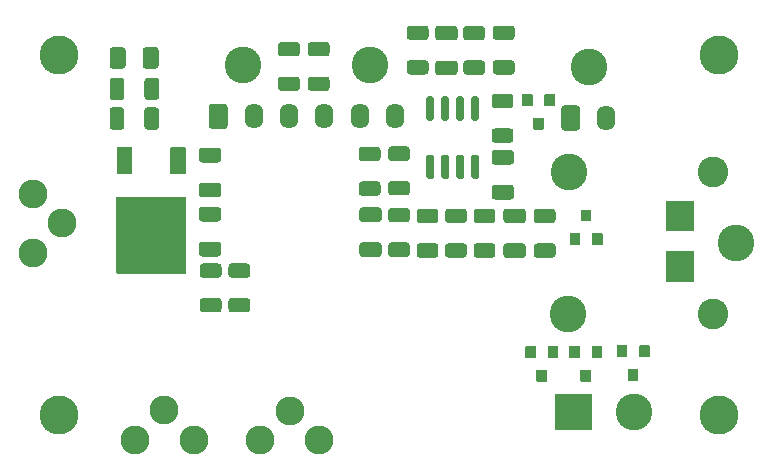
<source format=gbr>
G04 #@! TF.GenerationSoftware,KiCad,Pcbnew,(5.1.8)-1*
G04 #@! TF.CreationDate,2021-04-25T20:11:45+02:00*
G04 #@! TF.ProjectId,FSG_Reference,4653475f-5265-4666-9572-656e63652e6b,rev?*
G04 #@! TF.SameCoordinates,Original*
G04 #@! TF.FileFunction,Soldermask,Bot*
G04 #@! TF.FilePolarity,Negative*
%FSLAX46Y46*%
G04 Gerber Fmt 4.6, Leading zero omitted, Abs format (unit mm)*
G04 Created by KiCad (PCBNEW (5.1.8)-1) date 2021-04-25 20:11:45*
%MOMM*%
%LPD*%
G01*
G04 APERTURE LIST*
%ADD10O,1.602000X2.122000*%
%ADD11C,3.102000*%
%ADD12C,2.442000*%
%ADD13C,3.302000*%
%ADD14C,2.602000*%
G04 APERTURE END LIST*
G36*
G01*
X94252335Y-152516200D02*
X92945665Y-152516200D01*
G75*
G02*
X92673000Y-152243535I0J272665D01*
G01*
X92673000Y-151561865D01*
G75*
G02*
X92945665Y-151289200I272665J0D01*
G01*
X94252335Y-151289200D01*
G75*
G02*
X94525000Y-151561865I0J-272665D01*
G01*
X94525000Y-152243535D01*
G75*
G02*
X94252335Y-152516200I-272665J0D01*
G01*
G37*
G36*
G01*
X94252335Y-155441200D02*
X92945665Y-155441200D01*
G75*
G02*
X92673000Y-155168535I0J272665D01*
G01*
X92673000Y-154486865D01*
G75*
G02*
X92945665Y-154214200I272665J0D01*
G01*
X94252335Y-154214200D01*
G75*
G02*
X94525000Y-154486865I0J-272665D01*
G01*
X94525000Y-155168535D01*
G75*
G02*
X94252335Y-155441200I-272665J0D01*
G01*
G37*
G36*
G01*
X72207799Y-155524400D02*
X78007801Y-155524400D01*
G75*
G02*
X78058800Y-155575399I0J-50999D01*
G01*
X78058800Y-161975401D01*
G75*
G02*
X78007801Y-162026400I-50999J0D01*
G01*
X72207799Y-162026400D01*
G75*
G02*
X72156800Y-161975401I0J50999D01*
G01*
X72156800Y-155575399D01*
G75*
G02*
X72207799Y-155524400I50999J0D01*
G01*
G37*
G36*
G01*
X76787799Y-151324400D02*
X77987801Y-151324400D01*
G75*
G02*
X78038800Y-151375399I0J-50999D01*
G01*
X78038800Y-153575401D01*
G75*
G02*
X77987801Y-153626400I-50999J0D01*
G01*
X76787799Y-153626400D01*
G75*
G02*
X76736800Y-153575401I0J50999D01*
G01*
X76736800Y-151375399D01*
G75*
G02*
X76787799Y-151324400I50999J0D01*
G01*
G37*
G36*
G01*
X72227799Y-151324400D02*
X73427801Y-151324400D01*
G75*
G02*
X73478800Y-151375399I0J-50999D01*
G01*
X73478800Y-153575401D01*
G75*
G02*
X73427801Y-153626400I-50999J0D01*
G01*
X72227799Y-153626400D01*
G75*
G02*
X72176800Y-153575401I0J50999D01*
G01*
X72176800Y-151375399D01*
G75*
G02*
X72227799Y-151324400I50999J0D01*
G01*
G37*
D10*
X113641000Y-148846000D03*
G36*
G01*
X109840000Y-149640000D02*
X109840000Y-148052000D01*
G75*
G02*
X110107000Y-147785000I267000J0D01*
G01*
X111175000Y-147785000D01*
G75*
G02*
X111442000Y-148052000I0J-267000D01*
G01*
X111442000Y-149640000D01*
G75*
G02*
X111175000Y-149907000I-267000J0D01*
G01*
X110107000Y-149907000D01*
G75*
G02*
X109840000Y-149640000I0J267000D01*
G01*
G37*
D11*
X112141000Y-144526000D03*
D10*
X95772000Y-148717000D03*
X92772000Y-148717000D03*
X89772000Y-148717000D03*
X86772000Y-148717000D03*
X83772000Y-148717000D03*
G36*
G01*
X79971000Y-149511000D02*
X79971000Y-147923000D01*
G75*
G02*
X80238000Y-147656000I267000J0D01*
G01*
X81306000Y-147656000D01*
G75*
G02*
X81573000Y-147923000I0J-267000D01*
G01*
X81573000Y-149511000D01*
G75*
G02*
X81306000Y-149778000I-267000J0D01*
G01*
X80238000Y-149778000D01*
G75*
G02*
X79971000Y-149511000I0J267000D01*
G01*
G37*
D11*
X93622000Y-144397000D03*
X82922000Y-144397000D03*
G36*
G01*
X121038000Y-158450800D02*
X118738000Y-158450800D01*
G75*
G02*
X118687000Y-158399800I0J51000D01*
G01*
X118687000Y-155899800D01*
G75*
G02*
X118738000Y-155848800I51000J0D01*
G01*
X121038000Y-155848800D01*
G75*
G02*
X121089000Y-155899800I0J-51000D01*
G01*
X121089000Y-158399800D01*
G75*
G02*
X121038000Y-158450800I-51000J0D01*
G01*
G37*
G36*
G01*
X121038000Y-162750800D02*
X118738000Y-162750800D01*
G75*
G02*
X118687000Y-162699800I0J51000D01*
G01*
X118687000Y-160199800D01*
G75*
G02*
X118738000Y-160148800I51000J0D01*
G01*
X121038000Y-160148800D01*
G75*
G02*
X121089000Y-160199800I0J-51000D01*
G01*
X121089000Y-162699800D01*
G75*
G02*
X121038000Y-162750800I-51000J0D01*
G01*
G37*
G36*
G01*
X74534400Y-149573628D02*
X74534400Y-148215972D01*
G75*
G02*
X74806572Y-147943800I272172J0D01*
G01*
X75514228Y-147943800D01*
G75*
G02*
X75786400Y-148215972I0J-272172D01*
G01*
X75786400Y-149573628D01*
G75*
G02*
X75514228Y-149845800I-272172J0D01*
G01*
X74806572Y-149845800D01*
G75*
G02*
X74534400Y-149573628I0J272172D01*
G01*
G37*
G36*
G01*
X71584400Y-149573628D02*
X71584400Y-148215972D01*
G75*
G02*
X71856572Y-147943800I272172J0D01*
G01*
X72564228Y-147943800D01*
G75*
G02*
X72836400Y-148215972I0J-272172D01*
G01*
X72836400Y-149573628D01*
G75*
G02*
X72564228Y-149845800I-272172J0D01*
G01*
X71856572Y-149845800D01*
G75*
G02*
X71584400Y-149573628I0J272172D01*
G01*
G37*
X115951000Y-173736000D03*
G36*
G01*
X109320000Y-175236000D02*
X109320000Y-172236000D01*
G75*
G02*
X109371000Y-172185000I51000J0D01*
G01*
X112371000Y-172185000D01*
G75*
G02*
X112422000Y-172236000I0J-51000D01*
G01*
X112422000Y-175236000D01*
G75*
G02*
X112371000Y-175287000I-51000J0D01*
G01*
X109371000Y-175287000D01*
G75*
G02*
X109320000Y-175236000I0J51000D01*
G01*
G37*
G36*
G01*
X115510400Y-170104200D02*
X116310400Y-170104200D01*
G75*
G02*
X116361400Y-170155200I0J-51000D01*
G01*
X116361400Y-171055200D01*
G75*
G02*
X116310400Y-171106200I-51000J0D01*
G01*
X115510400Y-171106200D01*
G75*
G02*
X115459400Y-171055200I0J51000D01*
G01*
X115459400Y-170155200D01*
G75*
G02*
X115510400Y-170104200I51000J0D01*
G01*
G37*
G36*
G01*
X116460400Y-168104200D02*
X117260400Y-168104200D01*
G75*
G02*
X117311400Y-168155200I0J-51000D01*
G01*
X117311400Y-169055200D01*
G75*
G02*
X117260400Y-169106200I-51000J0D01*
G01*
X116460400Y-169106200D01*
G75*
G02*
X116409400Y-169055200I0J51000D01*
G01*
X116409400Y-168155200D01*
G75*
G02*
X116460400Y-168104200I51000J0D01*
G01*
G37*
G36*
G01*
X114560400Y-168104200D02*
X115360400Y-168104200D01*
G75*
G02*
X115411400Y-168155200I0J-51000D01*
G01*
X115411400Y-169055200D01*
G75*
G02*
X115360400Y-169106200I-51000J0D01*
G01*
X114560400Y-169106200D01*
G75*
G02*
X114509400Y-169055200I0J51000D01*
G01*
X114509400Y-168155200D01*
G75*
G02*
X114560400Y-168104200I51000J0D01*
G01*
G37*
G36*
G01*
X79407372Y-159321400D02*
X80765028Y-159321400D01*
G75*
G02*
X81037200Y-159593572I0J-272172D01*
G01*
X81037200Y-160301228D01*
G75*
G02*
X80765028Y-160573400I-272172J0D01*
G01*
X79407372Y-160573400D01*
G75*
G02*
X79135200Y-160301228I0J272172D01*
G01*
X79135200Y-159593572D01*
G75*
G02*
X79407372Y-159321400I272172J0D01*
G01*
G37*
G36*
G01*
X79407372Y-156371400D02*
X80765028Y-156371400D01*
G75*
G02*
X81037200Y-156643572I0J-272172D01*
G01*
X81037200Y-157351228D01*
G75*
G02*
X80765028Y-157623400I-272172J0D01*
G01*
X79407372Y-157623400D01*
G75*
G02*
X79135200Y-157351228I0J272172D01*
G01*
X79135200Y-156643572D01*
G75*
G02*
X79407372Y-156371400I272172J0D01*
G01*
G37*
D12*
X65087500Y-155257500D03*
X67587500Y-157757500D03*
X65087500Y-160257500D03*
G36*
G01*
X99154535Y-157748600D02*
X97847865Y-157748600D01*
G75*
G02*
X97575200Y-157475935I0J272665D01*
G01*
X97575200Y-156794265D01*
G75*
G02*
X97847865Y-156521600I272665J0D01*
G01*
X99154535Y-156521600D01*
G75*
G02*
X99427200Y-156794265I0J-272665D01*
G01*
X99427200Y-157475935D01*
G75*
G02*
X99154535Y-157748600I-272665J0D01*
G01*
G37*
G36*
G01*
X99154535Y-160673600D02*
X97847865Y-160673600D01*
G75*
G02*
X97575200Y-160400935I0J272665D01*
G01*
X97575200Y-159719265D01*
G75*
G02*
X97847865Y-159446600I272665J0D01*
G01*
X99154535Y-159446600D01*
G75*
G02*
X99427200Y-159719265I0J-272665D01*
G01*
X99427200Y-160400935D01*
G75*
G02*
X99154535Y-160673600I-272665J0D01*
G01*
G37*
G36*
G01*
X105504535Y-148031100D02*
X104197865Y-148031100D01*
G75*
G02*
X103925200Y-147758435I0J272665D01*
G01*
X103925200Y-147076765D01*
G75*
G02*
X104197865Y-146804100I272665J0D01*
G01*
X105504535Y-146804100D01*
G75*
G02*
X105777200Y-147076765I0J-272665D01*
G01*
X105777200Y-147758435D01*
G75*
G02*
X105504535Y-148031100I-272665J0D01*
G01*
G37*
G36*
G01*
X105504535Y-150956100D02*
X104197865Y-150956100D01*
G75*
G02*
X103925200Y-150683435I0J272665D01*
G01*
X103925200Y-150001765D01*
G75*
G02*
X104197865Y-149729100I272665J0D01*
G01*
X105504535Y-149729100D01*
G75*
G02*
X105777200Y-150001765I0J-272665D01*
G01*
X105777200Y-150683435D01*
G75*
G02*
X105504535Y-150956100I-272665J0D01*
G01*
G37*
G36*
G01*
X100260865Y-159446600D02*
X101567535Y-159446600D01*
G75*
G02*
X101840200Y-159719265I0J-272665D01*
G01*
X101840200Y-160400935D01*
G75*
G02*
X101567535Y-160673600I-272665J0D01*
G01*
X100260865Y-160673600D01*
G75*
G02*
X99988200Y-160400935I0J272665D01*
G01*
X99988200Y-159719265D01*
G75*
G02*
X100260865Y-159446600I272665J0D01*
G01*
G37*
G36*
G01*
X100260865Y-156521600D02*
X101567535Y-156521600D01*
G75*
G02*
X101840200Y-156794265I0J-272665D01*
G01*
X101840200Y-157475935D01*
G75*
G02*
X101567535Y-157748600I-272665J0D01*
G01*
X100260865Y-157748600D01*
G75*
G02*
X99988200Y-157475935I0J272665D01*
G01*
X99988200Y-156794265D01*
G75*
G02*
X100260865Y-156521600I272665J0D01*
G01*
G37*
G36*
G01*
X103980535Y-157746600D02*
X102673865Y-157746600D01*
G75*
G02*
X102401200Y-157473935I0J272665D01*
G01*
X102401200Y-156792265D01*
G75*
G02*
X102673865Y-156519600I272665J0D01*
G01*
X103980535Y-156519600D01*
G75*
G02*
X104253200Y-156792265I0J-272665D01*
G01*
X104253200Y-157473935D01*
G75*
G02*
X103980535Y-157746600I-272665J0D01*
G01*
G37*
G36*
G01*
X103980535Y-160671600D02*
X102673865Y-160671600D01*
G75*
G02*
X102401200Y-160398935I0J272665D01*
G01*
X102401200Y-159717265D01*
G75*
G02*
X102673865Y-159444600I272665J0D01*
G01*
X103980535Y-159444600D01*
G75*
G02*
X104253200Y-159717265I0J-272665D01*
G01*
X104253200Y-160398935D01*
G75*
G02*
X103980535Y-160671600I-272665J0D01*
G01*
G37*
G36*
G01*
X105606135Y-142243900D02*
X104299465Y-142243900D01*
G75*
G02*
X104026800Y-141971235I0J272665D01*
G01*
X104026800Y-141289565D01*
G75*
G02*
X104299465Y-141016900I272665J0D01*
G01*
X105606135Y-141016900D01*
G75*
G02*
X105878800Y-141289565I0J-272665D01*
G01*
X105878800Y-141971235D01*
G75*
G02*
X105606135Y-142243900I-272665J0D01*
G01*
G37*
G36*
G01*
X105606135Y-145168900D02*
X104299465Y-145168900D01*
G75*
G02*
X104026800Y-144896235I0J272665D01*
G01*
X104026800Y-144214565D01*
G75*
G02*
X104299465Y-143941900I272665J0D01*
G01*
X105606135Y-143941900D01*
G75*
G02*
X105878800Y-144214565I0J-272665D01*
G01*
X105878800Y-144896235D01*
G75*
G02*
X105606135Y-145168900I-272665J0D01*
G01*
G37*
G36*
G01*
X101797565Y-143967300D02*
X103104235Y-143967300D01*
G75*
G02*
X103376900Y-144239965I0J-272665D01*
G01*
X103376900Y-144921635D01*
G75*
G02*
X103104235Y-145194300I-272665J0D01*
G01*
X101797565Y-145194300D01*
G75*
G02*
X101524900Y-144921635I0J272665D01*
G01*
X101524900Y-144239965D01*
G75*
G02*
X101797565Y-143967300I272665J0D01*
G01*
G37*
G36*
G01*
X101797565Y-141042300D02*
X103104235Y-141042300D01*
G75*
G02*
X103376900Y-141314965I0J-272665D01*
G01*
X103376900Y-141996635D01*
G75*
G02*
X103104235Y-142269300I-272665J0D01*
G01*
X101797565Y-142269300D01*
G75*
G02*
X101524900Y-141996635I0J272665D01*
G01*
X101524900Y-141314965D01*
G75*
G02*
X101797565Y-141042300I272665J0D01*
G01*
G37*
G36*
G01*
X109073235Y-157761300D02*
X107766565Y-157761300D01*
G75*
G02*
X107493900Y-157488635I0J272665D01*
G01*
X107493900Y-156806965D01*
G75*
G02*
X107766565Y-156534300I272665J0D01*
G01*
X109073235Y-156534300D01*
G75*
G02*
X109345900Y-156806965I0J-272665D01*
G01*
X109345900Y-157488635D01*
G75*
G02*
X109073235Y-157761300I-272665J0D01*
G01*
G37*
G36*
G01*
X109073235Y-160686300D02*
X107766565Y-160686300D01*
G75*
G02*
X107493900Y-160413635I0J272665D01*
G01*
X107493900Y-159731965D01*
G75*
G02*
X107766565Y-159459300I272665J0D01*
G01*
X109073235Y-159459300D01*
G75*
G02*
X109345900Y-159731965I0J-272665D01*
G01*
X109345900Y-160413635D01*
G75*
G02*
X109073235Y-160686300I-272665J0D01*
G01*
G37*
G36*
G01*
X98316335Y-142243900D02*
X97009665Y-142243900D01*
G75*
G02*
X96737000Y-141971235I0J272665D01*
G01*
X96737000Y-141289565D01*
G75*
G02*
X97009665Y-141016900I272665J0D01*
G01*
X98316335Y-141016900D01*
G75*
G02*
X98589000Y-141289565I0J-272665D01*
G01*
X98589000Y-141971235D01*
G75*
G02*
X98316335Y-142243900I-272665J0D01*
G01*
G37*
G36*
G01*
X98316335Y-145168900D02*
X97009665Y-145168900D01*
G75*
G02*
X96737000Y-144896235I0J272665D01*
G01*
X96737000Y-144214565D01*
G75*
G02*
X97009665Y-143941900I272665J0D01*
G01*
X98316335Y-143941900D01*
G75*
G02*
X98589000Y-144214565I0J-272665D01*
G01*
X98589000Y-144896235D01*
G75*
G02*
X98316335Y-145168900I-272665J0D01*
G01*
G37*
G36*
G01*
X80790335Y-162386100D02*
X79483665Y-162386100D01*
G75*
G02*
X79211000Y-162113435I0J272665D01*
G01*
X79211000Y-161431765D01*
G75*
G02*
X79483665Y-161159100I272665J0D01*
G01*
X80790335Y-161159100D01*
G75*
G02*
X81063000Y-161431765I0J-272665D01*
G01*
X81063000Y-162113435D01*
G75*
G02*
X80790335Y-162386100I-272665J0D01*
G01*
G37*
G36*
G01*
X80790335Y-165311100D02*
X79483665Y-165311100D01*
G75*
G02*
X79211000Y-165038435I0J272665D01*
G01*
X79211000Y-164356765D01*
G75*
G02*
X79483665Y-164084100I272665J0D01*
G01*
X80790335Y-164084100D01*
G75*
G02*
X81063000Y-164356765I0J-272665D01*
G01*
X81063000Y-165038435D01*
G75*
G02*
X80790335Y-165311100I-272665J0D01*
G01*
G37*
G36*
G01*
X81922065Y-164084100D02*
X83228735Y-164084100D01*
G75*
G02*
X83501400Y-164356765I0J-272665D01*
G01*
X83501400Y-165038435D01*
G75*
G02*
X83228735Y-165311100I-272665J0D01*
G01*
X81922065Y-165311100D01*
G75*
G02*
X81649400Y-165038435I0J272665D01*
G01*
X81649400Y-164356765D01*
G75*
G02*
X81922065Y-164084100I272665J0D01*
G01*
G37*
G36*
G01*
X81922065Y-161159100D02*
X83228735Y-161159100D01*
G75*
G02*
X83501400Y-161431765I0J-272665D01*
G01*
X83501400Y-162113435D01*
G75*
G02*
X83228735Y-162386100I-272665J0D01*
G01*
X81922065Y-162386100D01*
G75*
G02*
X81649400Y-162113435I0J272665D01*
G01*
X81649400Y-161431765D01*
G75*
G02*
X81922065Y-161159100I272665J0D01*
G01*
G37*
G36*
G01*
X89934335Y-143636900D02*
X88627665Y-143636900D01*
G75*
G02*
X88355000Y-143364235I0J272665D01*
G01*
X88355000Y-142682565D01*
G75*
G02*
X88627665Y-142409900I272665J0D01*
G01*
X89934335Y-142409900D01*
G75*
G02*
X90207000Y-142682565I0J-272665D01*
G01*
X90207000Y-143364235D01*
G75*
G02*
X89934335Y-143636900I-272665J0D01*
G01*
G37*
G36*
G01*
X89934335Y-146561900D02*
X88627665Y-146561900D01*
G75*
G02*
X88355000Y-146289235I0J272665D01*
G01*
X88355000Y-145607565D01*
G75*
G02*
X88627665Y-145334900I272665J0D01*
G01*
X89934335Y-145334900D01*
G75*
G02*
X90207000Y-145607565I0J-272665D01*
G01*
X90207000Y-146289235D01*
G75*
G02*
X89934335Y-146561900I-272665J0D01*
G01*
G37*
G36*
G01*
X87419735Y-143636900D02*
X86113065Y-143636900D01*
G75*
G02*
X85840400Y-143364235I0J272665D01*
G01*
X85840400Y-142682565D01*
G75*
G02*
X86113065Y-142409900I272665J0D01*
G01*
X87419735Y-142409900D01*
G75*
G02*
X87692400Y-142682565I0J-272665D01*
G01*
X87692400Y-143364235D01*
G75*
G02*
X87419735Y-143636900I-272665J0D01*
G01*
G37*
G36*
G01*
X87419735Y-146561900D02*
X86113065Y-146561900D01*
G75*
G02*
X85840400Y-146289235I0J272665D01*
G01*
X85840400Y-145607565D01*
G75*
G02*
X86113065Y-145334900I272665J0D01*
G01*
X87419735Y-145334900D01*
G75*
G02*
X87692400Y-145607565I0J-272665D01*
G01*
X87692400Y-146289235D01*
G75*
G02*
X87419735Y-146561900I-272665J0D01*
G01*
G37*
G36*
G01*
X105555428Y-152797400D02*
X104197772Y-152797400D01*
G75*
G02*
X103925600Y-152525228I0J272172D01*
G01*
X103925600Y-151817572D01*
G75*
G02*
X104197772Y-151545400I272172J0D01*
G01*
X105555428Y-151545400D01*
G75*
G02*
X105827600Y-151817572I0J-272172D01*
G01*
X105827600Y-152525228D01*
G75*
G02*
X105555428Y-152797400I-272172J0D01*
G01*
G37*
G36*
G01*
X105555428Y-155747400D02*
X104197772Y-155747400D01*
G75*
G02*
X103925600Y-155475228I0J272172D01*
G01*
X103925600Y-154767572D01*
G75*
G02*
X104197772Y-154495400I272172J0D01*
G01*
X105555428Y-154495400D01*
G75*
G02*
X105827600Y-154767572I0J-272172D01*
G01*
X105827600Y-155475228D01*
G75*
G02*
X105555428Y-155747400I-272172J0D01*
G01*
G37*
G36*
G01*
X80765028Y-152617800D02*
X79407372Y-152617800D01*
G75*
G02*
X79135200Y-152345628I0J272172D01*
G01*
X79135200Y-151637972D01*
G75*
G02*
X79407372Y-151365800I272172J0D01*
G01*
X80765028Y-151365800D01*
G75*
G02*
X81037200Y-151637972I0J-272172D01*
G01*
X81037200Y-152345628D01*
G75*
G02*
X80765028Y-152617800I-272172J0D01*
G01*
G37*
G36*
G01*
X80765028Y-155567800D02*
X79407372Y-155567800D01*
G75*
G02*
X79135200Y-155295628I0J272172D01*
G01*
X79135200Y-154587972D01*
G75*
G02*
X79407372Y-154315800I272172J0D01*
G01*
X80765028Y-154315800D01*
G75*
G02*
X81037200Y-154587972I0J-272172D01*
G01*
X81037200Y-155295628D01*
G75*
G02*
X80765028Y-155567800I-272172J0D01*
G01*
G37*
G36*
G01*
X100780228Y-142281800D02*
X99422572Y-142281800D01*
G75*
G02*
X99150400Y-142009628I0J272172D01*
G01*
X99150400Y-141301972D01*
G75*
G02*
X99422572Y-141029800I272172J0D01*
G01*
X100780228Y-141029800D01*
G75*
G02*
X101052400Y-141301972I0J-272172D01*
G01*
X101052400Y-142009628D01*
G75*
G02*
X100780228Y-142281800I-272172J0D01*
G01*
G37*
G36*
G01*
X100780228Y-145231800D02*
X99422572Y-145231800D01*
G75*
G02*
X99150400Y-144959628I0J272172D01*
G01*
X99150400Y-144251972D01*
G75*
G02*
X99422572Y-143979800I272172J0D01*
G01*
X100780228Y-143979800D01*
G75*
G02*
X101052400Y-144251972I0J-272172D01*
G01*
X101052400Y-144959628D01*
G75*
G02*
X100780228Y-145231800I-272172J0D01*
G01*
G37*
G36*
G01*
X74534400Y-147059028D02*
X74534400Y-145701372D01*
G75*
G02*
X74806572Y-145429200I272172J0D01*
G01*
X75514228Y-145429200D01*
G75*
G02*
X75786400Y-145701372I0J-272172D01*
G01*
X75786400Y-147059028D01*
G75*
G02*
X75514228Y-147331200I-272172J0D01*
G01*
X74806572Y-147331200D01*
G75*
G02*
X74534400Y-147059028I0J272172D01*
G01*
G37*
G36*
G01*
X71584400Y-147059028D02*
X71584400Y-145701372D01*
G75*
G02*
X71856572Y-145429200I272172J0D01*
G01*
X72564228Y-145429200D01*
G75*
G02*
X72836400Y-145701372I0J-272172D01*
G01*
X72836400Y-147059028D01*
G75*
G02*
X72564228Y-147331200I-272172J0D01*
G01*
X71856572Y-147331200D01*
G75*
G02*
X71584400Y-147059028I0J272172D01*
G01*
G37*
D13*
X123190000Y-173990000D03*
X123190000Y-143510000D03*
X67310000Y-173990000D03*
X67310000Y-143510000D03*
G36*
G01*
X98554300Y-151958200D02*
X98905300Y-151958200D01*
G75*
G02*
X99080800Y-152133700I0J-175500D01*
G01*
X99080800Y-153834700D01*
G75*
G02*
X98905300Y-154010200I-175500J0D01*
G01*
X98554300Y-154010200D01*
G75*
G02*
X98378800Y-153834700I0J175500D01*
G01*
X98378800Y-152133700D01*
G75*
G02*
X98554300Y-151958200I175500J0D01*
G01*
G37*
G36*
G01*
X99824300Y-151958200D02*
X100175300Y-151958200D01*
G75*
G02*
X100350800Y-152133700I0J-175500D01*
G01*
X100350800Y-153834700D01*
G75*
G02*
X100175300Y-154010200I-175500J0D01*
G01*
X99824300Y-154010200D01*
G75*
G02*
X99648800Y-153834700I0J175500D01*
G01*
X99648800Y-152133700D01*
G75*
G02*
X99824300Y-151958200I175500J0D01*
G01*
G37*
G36*
G01*
X101094300Y-151958200D02*
X101445300Y-151958200D01*
G75*
G02*
X101620800Y-152133700I0J-175500D01*
G01*
X101620800Y-153834700D01*
G75*
G02*
X101445300Y-154010200I-175500J0D01*
G01*
X101094300Y-154010200D01*
G75*
G02*
X100918800Y-153834700I0J175500D01*
G01*
X100918800Y-152133700D01*
G75*
G02*
X101094300Y-151958200I175500J0D01*
G01*
G37*
G36*
G01*
X102364300Y-151958200D02*
X102715300Y-151958200D01*
G75*
G02*
X102890800Y-152133700I0J-175500D01*
G01*
X102890800Y-153834700D01*
G75*
G02*
X102715300Y-154010200I-175500J0D01*
G01*
X102364300Y-154010200D01*
G75*
G02*
X102188800Y-153834700I0J175500D01*
G01*
X102188800Y-152133700D01*
G75*
G02*
X102364300Y-151958200I175500J0D01*
G01*
G37*
G36*
G01*
X102364300Y-147008200D02*
X102715300Y-147008200D01*
G75*
G02*
X102890800Y-147183700I0J-175500D01*
G01*
X102890800Y-148884700D01*
G75*
G02*
X102715300Y-149060200I-175500J0D01*
G01*
X102364300Y-149060200D01*
G75*
G02*
X102188800Y-148884700I0J175500D01*
G01*
X102188800Y-147183700D01*
G75*
G02*
X102364300Y-147008200I175500J0D01*
G01*
G37*
G36*
G01*
X101094300Y-147008200D02*
X101445300Y-147008200D01*
G75*
G02*
X101620800Y-147183700I0J-175500D01*
G01*
X101620800Y-148884700D01*
G75*
G02*
X101445300Y-149060200I-175500J0D01*
G01*
X101094300Y-149060200D01*
G75*
G02*
X100918800Y-148884700I0J175500D01*
G01*
X100918800Y-147183700D01*
G75*
G02*
X101094300Y-147008200I175500J0D01*
G01*
G37*
G36*
G01*
X99824300Y-147008200D02*
X100175300Y-147008200D01*
G75*
G02*
X100350800Y-147183700I0J-175500D01*
G01*
X100350800Y-148884700D01*
G75*
G02*
X100175300Y-149060200I-175500J0D01*
G01*
X99824300Y-149060200D01*
G75*
G02*
X99648800Y-148884700I0J175500D01*
G01*
X99648800Y-147183700D01*
G75*
G02*
X99824300Y-147008200I175500J0D01*
G01*
G37*
G36*
G01*
X98554300Y-147008200D02*
X98905300Y-147008200D01*
G75*
G02*
X99080800Y-147183700I0J-175500D01*
G01*
X99080800Y-148884700D01*
G75*
G02*
X98905300Y-149060200I-175500J0D01*
G01*
X98554300Y-149060200D01*
G75*
G02*
X98378800Y-148884700I0J175500D01*
G01*
X98378800Y-147183700D01*
G75*
G02*
X98554300Y-147008200I175500J0D01*
G01*
G37*
D12*
X84328000Y-176149000D03*
X86828000Y-173649000D03*
X89328000Y-176149000D03*
G36*
G01*
X96741535Y-157685100D02*
X95434865Y-157685100D01*
G75*
G02*
X95162200Y-157412435I0J272665D01*
G01*
X95162200Y-156730765D01*
G75*
G02*
X95434865Y-156458100I272665J0D01*
G01*
X96741535Y-156458100D01*
G75*
G02*
X97014200Y-156730765I0J-272665D01*
G01*
X97014200Y-157412435D01*
G75*
G02*
X96741535Y-157685100I-272665J0D01*
G01*
G37*
G36*
G01*
X96741535Y-160610100D02*
X95434865Y-160610100D01*
G75*
G02*
X95162200Y-160337435I0J272665D01*
G01*
X95162200Y-159655765D01*
G75*
G02*
X95434865Y-159383100I272665J0D01*
G01*
X96741535Y-159383100D01*
G75*
G02*
X97014200Y-159655765I0J-272665D01*
G01*
X97014200Y-160337435D01*
G75*
G02*
X96741535Y-160610100I-272665J0D01*
G01*
G37*
G36*
G01*
X96741535Y-152480100D02*
X95434865Y-152480100D01*
G75*
G02*
X95162200Y-152207435I0J272665D01*
G01*
X95162200Y-151525765D01*
G75*
G02*
X95434865Y-151253100I272665J0D01*
G01*
X96741535Y-151253100D01*
G75*
G02*
X97014200Y-151525765I0J-272665D01*
G01*
X97014200Y-152207435D01*
G75*
G02*
X96741535Y-152480100I-272665J0D01*
G01*
G37*
G36*
G01*
X96741535Y-155405100D02*
X95434865Y-155405100D01*
G75*
G02*
X95162200Y-155132435I0J272665D01*
G01*
X95162200Y-154450765D01*
G75*
G02*
X95434865Y-154178100I272665J0D01*
G01*
X96741535Y-154178100D01*
G75*
G02*
X97014200Y-154450765I0J-272665D01*
G01*
X97014200Y-155132435D01*
G75*
G02*
X96741535Y-155405100I-272665J0D01*
G01*
G37*
G36*
G01*
X107778600Y-170171000D02*
X108578600Y-170171000D01*
G75*
G02*
X108629600Y-170222000I0J-51000D01*
G01*
X108629600Y-171122000D01*
G75*
G02*
X108578600Y-171173000I-51000J0D01*
G01*
X107778600Y-171173000D01*
G75*
G02*
X107727600Y-171122000I0J51000D01*
G01*
X107727600Y-170222000D01*
G75*
G02*
X107778600Y-170171000I51000J0D01*
G01*
G37*
G36*
G01*
X108728600Y-168171000D02*
X109528600Y-168171000D01*
G75*
G02*
X109579600Y-168222000I0J-51000D01*
G01*
X109579600Y-169122000D01*
G75*
G02*
X109528600Y-169173000I-51000J0D01*
G01*
X108728600Y-169173000D01*
G75*
G02*
X108677600Y-169122000I0J51000D01*
G01*
X108677600Y-168222000D01*
G75*
G02*
X108728600Y-168171000I51000J0D01*
G01*
G37*
G36*
G01*
X106828600Y-168171000D02*
X107628600Y-168171000D01*
G75*
G02*
X107679600Y-168222000I0J-51000D01*
G01*
X107679600Y-169122000D01*
G75*
G02*
X107628600Y-169173000I-51000J0D01*
G01*
X106828600Y-169173000D01*
G75*
G02*
X106777600Y-169122000I0J51000D01*
G01*
X106777600Y-168222000D01*
G75*
G02*
X106828600Y-168171000I51000J0D01*
G01*
G37*
G36*
G01*
X107499200Y-148835000D02*
X108299200Y-148835000D01*
G75*
G02*
X108350200Y-148886000I0J-51000D01*
G01*
X108350200Y-149786000D01*
G75*
G02*
X108299200Y-149837000I-51000J0D01*
G01*
X107499200Y-149837000D01*
G75*
G02*
X107448200Y-149786000I0J51000D01*
G01*
X107448200Y-148886000D01*
G75*
G02*
X107499200Y-148835000I51000J0D01*
G01*
G37*
G36*
G01*
X108449200Y-146835000D02*
X109249200Y-146835000D01*
G75*
G02*
X109300200Y-146886000I0J-51000D01*
G01*
X109300200Y-147786000D01*
G75*
G02*
X109249200Y-147837000I-51000J0D01*
G01*
X108449200Y-147837000D01*
G75*
G02*
X108398200Y-147786000I0J51000D01*
G01*
X108398200Y-146886000D01*
G75*
G02*
X108449200Y-146835000I51000J0D01*
G01*
G37*
G36*
G01*
X106549200Y-146835000D02*
X107349200Y-146835000D01*
G75*
G02*
X107400200Y-146886000I0J-51000D01*
G01*
X107400200Y-147786000D01*
G75*
G02*
X107349200Y-147837000I-51000J0D01*
G01*
X106549200Y-147837000D01*
G75*
G02*
X106498200Y-147786000I0J51000D01*
G01*
X106498200Y-146886000D01*
G75*
G02*
X106549200Y-146835000I51000J0D01*
G01*
G37*
G36*
G01*
X112327600Y-157606600D02*
X111527600Y-157606600D01*
G75*
G02*
X111476600Y-157555600I0J51000D01*
G01*
X111476600Y-156655600D01*
G75*
G02*
X111527600Y-156604600I51000J0D01*
G01*
X112327600Y-156604600D01*
G75*
G02*
X112378600Y-156655600I0J-51000D01*
G01*
X112378600Y-157555600D01*
G75*
G02*
X112327600Y-157606600I-51000J0D01*
G01*
G37*
G36*
G01*
X111377600Y-159606600D02*
X110577600Y-159606600D01*
G75*
G02*
X110526600Y-159555600I0J51000D01*
G01*
X110526600Y-158655600D01*
G75*
G02*
X110577600Y-158604600I51000J0D01*
G01*
X111377600Y-158604600D01*
G75*
G02*
X111428600Y-158655600I0J-51000D01*
G01*
X111428600Y-159555600D01*
G75*
G02*
X111377600Y-159606600I-51000J0D01*
G01*
G37*
G36*
G01*
X113277600Y-159606600D02*
X112477600Y-159606600D01*
G75*
G02*
X112426600Y-159555600I0J51000D01*
G01*
X112426600Y-158655600D01*
G75*
G02*
X112477600Y-158604600I51000J0D01*
G01*
X113277600Y-158604600D01*
G75*
G02*
X113328600Y-158655600I0J-51000D01*
G01*
X113328600Y-159555600D01*
G75*
G02*
X113277600Y-159606600I-51000J0D01*
G01*
G37*
D11*
X124640000Y-159466000D03*
D14*
X122690000Y-165416000D03*
D11*
X110440000Y-165466000D03*
X110490000Y-153416000D03*
D14*
X122690000Y-153416000D03*
G36*
G01*
X74387000Y-144419600D02*
X74387000Y-143108400D01*
G75*
G02*
X74657400Y-142838000I270400J0D01*
G01*
X75468600Y-142838000D01*
G75*
G02*
X75739000Y-143108400I0J-270400D01*
G01*
X75739000Y-144419600D01*
G75*
G02*
X75468600Y-144690000I-270400J0D01*
G01*
X74657400Y-144690000D01*
G75*
G02*
X74387000Y-144419600I0J270400D01*
G01*
G37*
G36*
G01*
X71587000Y-144419600D02*
X71587000Y-143108400D01*
G75*
G02*
X71857400Y-142838000I270400J0D01*
G01*
X72668600Y-142838000D01*
G75*
G02*
X72939000Y-143108400I0J-270400D01*
G01*
X72939000Y-144419600D01*
G75*
G02*
X72668600Y-144690000I-270400J0D01*
G01*
X71857400Y-144690000D01*
G75*
G02*
X71587000Y-144419600I0J270400D01*
G01*
G37*
G36*
G01*
X92996372Y-159370400D02*
X94354028Y-159370400D01*
G75*
G02*
X94626200Y-159642572I0J-272172D01*
G01*
X94626200Y-160350228D01*
G75*
G02*
X94354028Y-160622400I-272172J0D01*
G01*
X92996372Y-160622400D01*
G75*
G02*
X92724200Y-160350228I0J272172D01*
G01*
X92724200Y-159642572D01*
G75*
G02*
X92996372Y-159370400I272172J0D01*
G01*
G37*
G36*
G01*
X92996372Y-156420400D02*
X94354028Y-156420400D01*
G75*
G02*
X94626200Y-156692572I0J-272172D01*
G01*
X94626200Y-157400228D01*
G75*
G02*
X94354028Y-157672400I-272172J0D01*
G01*
X92996372Y-157672400D01*
G75*
G02*
X92724200Y-157400228I0J272172D01*
G01*
X92724200Y-156692572D01*
G75*
G02*
X92996372Y-156420400I272172J0D01*
G01*
G37*
G36*
G01*
X105201072Y-159459300D02*
X106558728Y-159459300D01*
G75*
G02*
X106830900Y-159731472I0J-272172D01*
G01*
X106830900Y-160439128D01*
G75*
G02*
X106558728Y-160711300I-272172J0D01*
G01*
X105201072Y-160711300D01*
G75*
G02*
X104928900Y-160439128I0J272172D01*
G01*
X104928900Y-159731472D01*
G75*
G02*
X105201072Y-159459300I272172J0D01*
G01*
G37*
G36*
G01*
X105201072Y-156509300D02*
X106558728Y-156509300D01*
G75*
G02*
X106830900Y-156781472I0J-272172D01*
G01*
X106830900Y-157489128D01*
G75*
G02*
X106558728Y-157761300I-272172J0D01*
G01*
X105201072Y-157761300D01*
G75*
G02*
X104928900Y-157489128I0J272172D01*
G01*
X104928900Y-156781472D01*
G75*
G02*
X105201072Y-156509300I272172J0D01*
G01*
G37*
D12*
X73700000Y-176109000D03*
X76200000Y-173609000D03*
X78700000Y-176109000D03*
G36*
G01*
X111502200Y-170155000D02*
X112302200Y-170155000D01*
G75*
G02*
X112353200Y-170206000I0J-51000D01*
G01*
X112353200Y-171106000D01*
G75*
G02*
X112302200Y-171157000I-51000J0D01*
G01*
X111502200Y-171157000D01*
G75*
G02*
X111451200Y-171106000I0J51000D01*
G01*
X111451200Y-170206000D01*
G75*
G02*
X111502200Y-170155000I51000J0D01*
G01*
G37*
G36*
G01*
X112452200Y-168155000D02*
X113252200Y-168155000D01*
G75*
G02*
X113303200Y-168206000I0J-51000D01*
G01*
X113303200Y-169106000D01*
G75*
G02*
X113252200Y-169157000I-51000J0D01*
G01*
X112452200Y-169157000D01*
G75*
G02*
X112401200Y-169106000I0J51000D01*
G01*
X112401200Y-168206000D01*
G75*
G02*
X112452200Y-168155000I51000J0D01*
G01*
G37*
G36*
G01*
X110552200Y-168155000D02*
X111352200Y-168155000D01*
G75*
G02*
X111403200Y-168206000I0J-51000D01*
G01*
X111403200Y-169106000D01*
G75*
G02*
X111352200Y-169157000I-51000J0D01*
G01*
X110552200Y-169157000D01*
G75*
G02*
X110501200Y-169106000I0J51000D01*
G01*
X110501200Y-168206000D01*
G75*
G02*
X110552200Y-168155000I51000J0D01*
G01*
G37*
M02*

</source>
